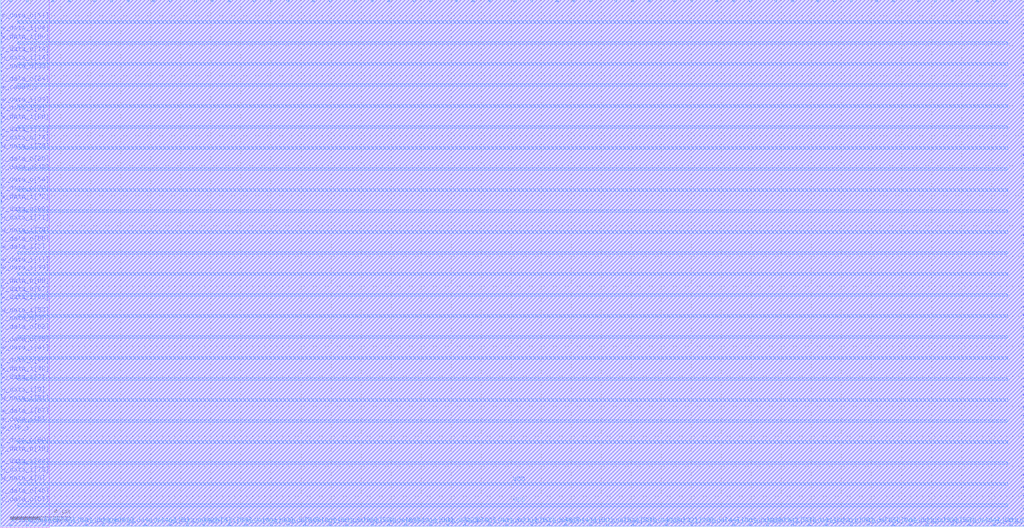
<source format=lef>
VERSION 5.8 ;
BUSBITCHARS "[]" ;
DIVIDERCHAR "/" ;
UNITS
    DATABASE MICRONS 2000 ;
END UNITS

MACRO bsg_mem_p97
  FOREIGN bsg_mem_p97 0 0 ;
  CLASS BLOCK ;
  SIZE 68.175 BY 35.085 ;
  PIN VSS
    USE GROUND ;
    DIRECTION INOUT ;
    PORT
      LAYER metal4 ;
        RECT  1.14 32.115 67.07 32.285 ;
        RECT  1.14 29.315 67.07 29.485 ;
        RECT  1.14 26.515 67.07 26.685 ;
        RECT  1.14 23.715 67.07 23.885 ;
        RECT  1.14 20.915 67.07 21.085 ;
        RECT  1.14 18.115 67.07 18.285 ;
        RECT  1.14 15.315 67.07 15.485 ;
        RECT  1.14 12.515 67.07 12.685 ;
        RECT  1.14 9.715 67.07 9.885 ;
        RECT  1.14 6.915 67.07 7.085 ;
        RECT  1.14 4.115 67.07 4.285 ;
        RECT  1.14 1.315 67.07 1.485 ;
    END
  END VSS
  PIN VDD
    USE POWER ;
    DIRECTION INOUT ;
    PORT
      LAYER metal4 ;
        RECT  1.14 33.515 67.07 33.685 ;
        RECT  1.14 30.715 67.07 30.885 ;
        RECT  1.14 27.915 67.07 28.085 ;
        RECT  1.14 25.115 67.07 25.285 ;
        RECT  1.14 22.315 67.07 22.485 ;
        RECT  1.14 19.515 67.07 19.685 ;
        RECT  1.14 16.715 67.07 16.885 ;
        RECT  1.14 13.915 67.07 14.085 ;
        RECT  1.14 11.115 67.07 11.285 ;
        RECT  1.14 8.315 67.07 8.485 ;
        RECT  1.14 5.515 67.07 5.685 ;
        RECT  1.14 2.715 67.07 2.885 ;
    END
  END VDD
  PIN r_addr_i
    DIRECTION INPUT ;
    USE SIGNAL ;
    PORT
      LAYER metal4 ;
        RECT  6.745 0 6.885 0.14 ;
    END
  END r_addr_i
  PIN r_data_o[0]
    DIRECTION OUTPUT ;
    USE SIGNAL ;
    PORT
      LAYER metal4 ;
        RECT  27.465 34.945 27.605 35.085 ;
    END
  END r_data_o[0]
  PIN r_data_o[10]
    DIRECTION OUTPUT ;
    USE SIGNAL ;
    PORT
      LAYER metal4 ;
        RECT  21.865 34.945 22.005 35.085 ;
    END
  END r_data_o[10]
  PIN r_data_o[11]
    DIRECTION OUTPUT ;
    USE SIGNAL ;
    PORT
      LAYER metal4 ;
        RECT  32.505 0 32.645 0.14 ;
    END
  END r_data_o[11]
  PIN r_data_o[12]
    DIRECTION OUTPUT ;
    USE SIGNAL ;
    PORT
      LAYER metal4 ;
        RECT  56.585 0 56.725 0.14 ;
    END
  END r_data_o[12]
  PIN r_data_o[13]
    DIRECTION OUTPUT ;
    USE SIGNAL ;
    PORT
      LAYER metal3 ;
        RECT  68.105 7.315 68.175 7.385 ;
    END
  END r_data_o[13]
  PIN r_data_o[14]
    DIRECTION OUTPUT ;
    USE SIGNAL ;
    PORT
      LAYER metal3 ;
        RECT  0 31.395 0.07 31.465 ;
    END
  END r_data_o[14]
  PIN r_data_o[15]
    DIRECTION OUTPUT ;
    USE SIGNAL ;
    PORT
      LAYER metal3 ;
        RECT  0 4.795 0.07 4.865 ;
    END
  END r_data_o[15]
  PIN r_data_o[16]
    DIRECTION OUTPUT ;
    USE SIGNAL ;
    PORT
      LAYER metal3 ;
        RECT  68.105 3.395 68.175 3.465 ;
    END
  END r_data_o[16]
  PIN r_data_o[17]
    DIRECTION OUTPUT ;
    USE SIGNAL ;
    PORT
      LAYER metal4 ;
        RECT  14.025 34.945 14.165 35.085 ;
    END
  END r_data_o[17]
  PIN r_data_o[18]
    DIRECTION OUTPUT ;
    USE SIGNAL ;
    PORT
      LAYER metal3 ;
        RECT  68.105 19.355 68.175 19.425 ;
    END
  END r_data_o[18]
  PIN r_data_o[19]
    DIRECTION OUTPUT ;
    USE SIGNAL ;
    PORT
      LAYER metal3 ;
        RECT  68.105 26.075 68.175 26.145 ;
    END
  END r_data_o[19]
  PIN r_data_o[1]
    DIRECTION OUTPUT ;
    USE SIGNAL ;
    PORT
      LAYER metal4 ;
        RECT  52.665 0 52.805 0.14 ;
    END
  END r_data_o[1]
  PIN r_data_o[20]
    DIRECTION OUTPUT ;
    USE SIGNAL ;
    PORT
      LAYER metal3 ;
        RECT  0 24.115 0.07 24.185 ;
    END
  END r_data_o[20]
  PIN r_data_o[21]
    DIRECTION OUTPUT ;
    USE SIGNAL ;
    PORT
      LAYER metal4 ;
        RECT  53.785 0 53.925 0.14 ;
    END
  END r_data_o[21]
  PIN r_data_o[22]
    DIRECTION OUTPUT ;
    USE SIGNAL ;
    PORT
      LAYER metal4 ;
        RECT  22.985 0 23.125 0.14 ;
    END
  END r_data_o[22]
  PIN r_data_o[23]
    DIRECTION OUTPUT ;
    USE SIGNAL ;
    PORT
      LAYER metal4 ;
        RECT  42.025 34.945 42.165 35.085 ;
    END
  END r_data_o[23]
  PIN r_data_o[24]
    DIRECTION OUTPUT ;
    USE SIGNAL ;
    PORT
      LAYER metal3 ;
        RECT  0 29.435 0.07 29.505 ;
    END
  END r_data_o[24]
  PIN r_data_o[25]
    DIRECTION OUTPUT ;
    USE SIGNAL ;
    PORT
      LAYER metal4 ;
        RECT  66.105 34.945 66.245 35.085 ;
    END
  END r_data_o[25]
  PIN r_data_o[26]
    DIRECTION OUTPUT ;
    USE SIGNAL ;
    PORT
      LAYER metal4 ;
        RECT  64.425 0 64.565 0.14 ;
    END
  END r_data_o[26]
  PIN r_data_o[27]
    DIRECTION OUTPUT ;
    USE SIGNAL ;
    PORT
      LAYER metal4 ;
        RECT  20.745 34.945 20.885 35.085 ;
    END
  END r_data_o[27]
  PIN r_data_o[28]
    DIRECTION OUTPUT ;
    USE SIGNAL ;
    PORT
      LAYER metal3 ;
        RECT  68.105 10.675 68.175 10.745 ;
    END
  END r_data_o[28]
  PIN r_data_o[29]
    DIRECTION OUTPUT ;
    USE SIGNAL ;
    PORT
      LAYER metal4 ;
        RECT  43.145 0 43.285 0.14 ;
    END
  END r_data_o[29]
  PIN r_data_o[2]
    DIRECTION OUTPUT ;
    USE SIGNAL ;
    PORT
      LAYER metal3 ;
        RECT  68.105 18.795 68.175 18.865 ;
    END
  END r_data_o[2]
  PIN r_data_o[30]
    DIRECTION OUTPUT ;
    USE SIGNAL ;
    PORT
      LAYER metal4 ;
        RECT  12.905 34.945 13.045 35.085 ;
    END
  END r_data_o[30]
  PIN r_data_o[31]
    DIRECTION OUTPUT ;
    USE SIGNAL ;
    PORT
      LAYER metal4 ;
        RECT  3.385 34.945 3.525 35.085 ;
    END
  END r_data_o[31]
  PIN r_data_o[32]
    DIRECTION OUTPUT ;
    USE SIGNAL ;
    PORT
      LAYER metal4 ;
        RECT  55.465 34.945 55.605 35.085 ;
    END
  END r_data_o[32]
  PIN r_data_o[33]
    DIRECTION OUTPUT ;
    USE SIGNAL ;
    PORT
      LAYER metal4 ;
        RECT  40.345 0 40.485 0.14 ;
    END
  END r_data_o[33]
  PIN r_data_o[34]
    DIRECTION OUTPUT ;
    USE SIGNAL ;
    PORT
      LAYER metal3 ;
        RECT  68.105 30.835 68.175 30.905 ;
    END
  END r_data_o[34]
  PIN r_data_o[35]
    DIRECTION OUTPUT ;
    USE SIGNAL ;
    PORT
      LAYER metal3 ;
        RECT  68.105 26.635 68.175 26.705 ;
    END
  END r_data_o[35]
  PIN r_data_o[36]
    DIRECTION OUTPUT ;
    USE SIGNAL ;
    PORT
      LAYER metal3 ;
        RECT  68.105 14.595 68.175 14.665 ;
    END
  END r_data_o[36]
  PIN r_data_o[37]
    DIRECTION OUTPUT ;
    USE SIGNAL ;
    PORT
      LAYER metal3 ;
        RECT  68.105 12.075 68.175 12.145 ;
    END
  END r_data_o[37]
  PIN r_data_o[38]
    DIRECTION OUTPUT ;
    USE SIGNAL ;
    PORT
      LAYER metal4 ;
        RECT  24.665 34.945 24.805 35.085 ;
    END
  END r_data_o[38]
  PIN r_data_o[39]
    DIRECTION OUTPUT ;
    USE SIGNAL ;
    PORT
      LAYER metal4 ;
        RECT  32.505 34.945 32.645 35.085 ;
    END
  END r_data_o[39]
  PIN r_data_o[3]
    DIRECTION OUTPUT ;
    USE SIGNAL ;
    PORT
      LAYER metal4 ;
        RECT  59.385 34.945 59.525 35.085 ;
    END
  END r_data_o[3]
  PIN r_data_o[40]
    DIRECTION OUTPUT ;
    USE SIGNAL ;
    PORT
      LAYER metal3 ;
        RECT  68.105 5.355 68.175 5.425 ;
    END
  END r_data_o[40]
  PIN r_data_o[41]
    DIRECTION OUTPUT ;
    USE SIGNAL ;
    PORT
      LAYER metal4 ;
        RECT  49.865 34.945 50.005 35.085 ;
    END
  END r_data_o[41]
  PIN r_data_o[42]
    DIRECTION OUTPUT ;
    USE SIGNAL ;
    PORT
      LAYER metal3 ;
        RECT  0 23.555 0.07 23.625 ;
    END
  END r_data_o[42]
  PIN r_data_o[43]
    DIRECTION OUTPUT ;
    USE SIGNAL ;
    PORT
      LAYER metal4 ;
        RECT  58.265 34.945 58.405 35.085 ;
    END
  END r_data_o[43]
  PIN r_data_o[44]
    DIRECTION OUTPUT ;
    USE SIGNAL ;
    PORT
      LAYER metal4 ;
        RECT  45.945 0 46.085 0.14 ;
    END
  END r_data_o[44]
  PIN r_data_o[45]
    DIRECTION OUTPUT ;
    USE SIGNAL ;
    PORT
      LAYER metal3 ;
        RECT  0 10.675 0.07 10.745 ;
    END
  END r_data_o[45]
  PIN r_data_o[46]
    DIRECTION OUTPUT ;
    USE SIGNAL ;
    PORT
      LAYER metal3 ;
        RECT  0 1.995 0.07 2.065 ;
    END
  END r_data_o[46]
  PIN r_data_o[47]
    DIRECTION OUTPUT ;
    USE SIGNAL ;
    PORT
      LAYER metal4 ;
        RECT  36.425 0 36.565 0.14 ;
    END
  END r_data_o[47]
  PIN r_data_o[48]
    DIRECTION OUTPUT ;
    USE SIGNAL ;
    PORT
      LAYER metal4 ;
        RECT  20.185 0 20.325 0.14 ;
    END
  END r_data_o[48]
  PIN r_data_o[49]
    DIRECTION OUTPUT ;
    USE SIGNAL ;
    PORT
      LAYER metal3 ;
        RECT  68.105 17.955 68.175 18.025 ;
    END
  END r_data_o[49]
  PIN r_data_o[4]
    DIRECTION OUTPUT ;
    USE SIGNAL ;
    PORT
      LAYER metal3 ;
        RECT  68.105 32.795 68.175 32.865 ;
    END
  END r_data_o[4]
  PIN r_data_o[50]
    DIRECTION OUTPUT ;
    USE SIGNAL ;
    PORT
      LAYER metal4 ;
        RECT  52.665 34.945 52.805 35.085 ;
    END
  END r_data_o[50]
  PIN r_data_o[51]
    DIRECTION OUTPUT ;
    USE SIGNAL ;
    PORT
      LAYER metal3 ;
        RECT  0 33.635 0.07 33.705 ;
    END
  END r_data_o[51]
  PIN r_data_o[52]
    DIRECTION OUTPUT ;
    USE SIGNAL ;
    PORT
      LAYER metal4 ;
        RECT  25.785 34.945 25.925 35.085 ;
    END
  END r_data_o[52]
  PIN r_data_o[53]
    DIRECTION OUTPUT ;
    USE SIGNAL ;
    PORT
      LAYER metal4 ;
        RECT  67.225 0 67.365 0.14 ;
    END
  END r_data_o[53]
  PIN r_data_o[54]
    DIRECTION OUTPUT ;
    USE SIGNAL ;
    PORT
      LAYER metal3 ;
        RECT  0 22.715 0.07 22.785 ;
    END
  END r_data_o[54]
  PIN r_data_o[55]
    DIRECTION OUTPUT ;
    USE SIGNAL ;
    PORT
      LAYER metal3 ;
        RECT  0 18.795 0.07 18.865 ;
    END
  END r_data_o[55]
  PIN r_data_o[56]
    DIRECTION OUTPUT ;
    USE SIGNAL ;
    PORT
      LAYER metal3 ;
        RECT  68.105 9.835 68.175 9.905 ;
    END
  END r_data_o[56]
  PIN r_data_o[57]
    DIRECTION OUTPUT ;
    USE SIGNAL ;
    PORT
      LAYER metal3 ;
        RECT  0 1.435 0.07 1.505 ;
    END
  END r_data_o[57]
  PIN r_data_o[58]
    DIRECTION OUTPUT ;
    USE SIGNAL ;
    PORT
      LAYER metal3 ;
        RECT  68.105 28.035 68.175 28.105 ;
    END
  END r_data_o[58]
  PIN r_data_o[59]
    DIRECTION OUTPUT ;
    USE SIGNAL ;
    PORT
      LAYER metal3 ;
        RECT  0 5.355 0.07 5.425 ;
    END
  END r_data_o[59]
  PIN r_data_o[5]
    DIRECTION OUTPUT ;
    USE SIGNAL ;
    PORT
      LAYER metal4 ;
        RECT  15.145 34.945 15.285 35.085 ;
    END
  END r_data_o[5]
  PIN r_data_o[60]
    DIRECTION OUTPUT ;
    USE SIGNAL ;
    PORT
      LAYER metal4 ;
        RECT  15.145 0 15.285 0.14 ;
    END
  END r_data_o[60]
  PIN r_data_o[61]
    DIRECTION OUTPUT ;
    USE SIGNAL ;
    PORT
      LAYER metal4 ;
        RECT  17.945 34.945 18.085 35.085 ;
    END
  END r_data_o[61]
  PIN r_data_o[62]
    DIRECTION OUTPUT ;
    USE SIGNAL ;
    PORT
      LAYER metal4 ;
        RECT  61.625 0 61.765 0.14 ;
    END
  END r_data_o[62]
  PIN r_data_o[63]
    DIRECTION OUTPUT ;
    USE SIGNAL ;
    PORT
      LAYER metal4 ;
        RECT  33.625 0 33.765 0.14 ;
    END
  END r_data_o[63]
  PIN r_data_o[64]
    DIRECTION OUTPUT ;
    USE SIGNAL ;
    PORT
      LAYER metal4 ;
        RECT  19.065 34.945 19.205 35.085 ;
    END
  END r_data_o[64]
  PIN r_data_o[65]
    DIRECTION OUTPUT ;
    USE SIGNAL ;
    PORT
      LAYER metal3 ;
        RECT  0 15.995 0.07 16.065 ;
    END
  END r_data_o[65]
  PIN r_data_o[66]
    DIRECTION OUTPUT ;
    USE SIGNAL ;
    PORT
      LAYER metal4 ;
        RECT  5.625 0 5.765 0.14 ;
    END
  END r_data_o[66]
  PIN r_data_o[67]
    DIRECTION OUTPUT ;
    USE SIGNAL ;
    PORT
      LAYER metal3 ;
        RECT  0 15.435 0.07 15.505 ;
    END
  END r_data_o[67]
  PIN r_data_o[68]
    DIRECTION OUTPUT ;
    USE SIGNAL ;
    PORT
      LAYER metal3 ;
        RECT  68.105 1.995 68.175 2.065 ;
    END
  END r_data_o[68]
  PIN r_data_o[69]
    DIRECTION OUTPUT ;
    USE SIGNAL ;
    PORT
      LAYER metal3 ;
        RECT  68.105 20.755 68.175 20.825 ;
    END
  END r_data_o[69]
  PIN r_data_o[6]
    DIRECTION OUTPUT ;
    USE SIGNAL ;
    PORT
      LAYER metal4 ;
        RECT  12.345 0 12.485 0.14 ;
    END
  END r_data_o[6]
  PIN r_data_o[70]
    DIRECTION OUTPUT ;
    USE SIGNAL ;
    PORT
      LAYER metal4 ;
        RECT  48.745 34.945 48.885 35.085 ;
    END
  END r_data_o[70]
  PIN r_data_o[71]
    DIRECTION OUTPUT ;
    USE SIGNAL ;
    PORT
      LAYER metal4 ;
        RECT  16.825 34.945 16.965 35.085 ;
    END
  END r_data_o[71]
  PIN r_data_o[72]
    DIRECTION OUTPUT ;
    USE SIGNAL ;
    PORT
      LAYER metal3 ;
        RECT  68.105 33.355 68.175 33.425 ;
    END
  END r_data_o[72]
  PIN r_data_o[73]
    DIRECTION OUTPUT ;
    USE SIGNAL ;
    PORT
      LAYER metal3 ;
        RECT  0 12.075 0.07 12.145 ;
    END
  END r_data_o[73]
  PIN r_data_o[74]
    DIRECTION OUTPUT ;
    USE SIGNAL ;
    PORT
      LAYER metal3 ;
        RECT  0 25.515 0.07 25.585 ;
    END
  END r_data_o[74]
  PIN r_data_o[75]
    DIRECTION OUTPUT ;
    USE SIGNAL ;
    PORT
      LAYER metal3 ;
        RECT  68.105 21.315 68.175 21.385 ;
    END
  END r_data_o[75]
  PIN r_data_o[76]
    DIRECTION OUTPUT ;
    USE SIGNAL ;
    PORT
      LAYER metal3 ;
        RECT  68.105 29.435 68.175 29.505 ;
    END
  END r_data_o[76]
  PIN r_data_o[77]
    DIRECTION OUTPUT ;
    USE SIGNAL ;
    PORT
      LAYER metal3 ;
        RECT  68.105 8.715 68.175 8.785 ;
    END
  END r_data_o[77]
  PIN r_data_o[78]
    DIRECTION OUTPUT ;
    USE SIGNAL ;
    PORT
      LAYER metal4 ;
        RECT  54.905 0 55.045 0.14 ;
    END
  END r_data_o[78]
  PIN r_data_o[79]
    DIRECTION OUTPUT ;
    USE SIGNAL ;
    PORT
      LAYER metal3 ;
        RECT  0 22.155 0.07 22.225 ;
    END
  END r_data_o[79]
  PIN r_data_o[7]
    DIRECTION OUTPUT ;
    USE SIGNAL ;
    PORT
      LAYER metal3 ;
        RECT  68.105 6.755 68.175 6.825 ;
    END
  END r_data_o[7]
  PIN r_data_o[80]
    DIRECTION OUTPUT ;
    USE SIGNAL ;
    PORT
      LAYER metal3 ;
        RECT  0 20.755 0.07 20.825 ;
    END
  END r_data_o[80]
  PIN r_data_o[81]
    DIRECTION OUTPUT ;
    USE SIGNAL ;
    PORT
      LAYER metal3 ;
        RECT  68.105 12.635 68.175 12.705 ;
    END
  END r_data_o[81]
  PIN r_data_o[82]
    DIRECTION OUTPUT ;
    USE SIGNAL ;
    PORT
      LAYER metal3 ;
        RECT  0 12.915 0.07 12.985 ;
    END
  END r_data_o[82]
  PIN r_data_o[83]
    DIRECTION OUTPUT ;
    USE SIGNAL ;
    PORT
      LAYER metal3 ;
        RECT  68.105 19.915 68.175 19.985 ;
    END
  END r_data_o[83]
  PIN r_data_o[84]
    DIRECTION OUTPUT ;
    USE SIGNAL ;
    PORT
      LAYER metal4 ;
        RECT  67.225 34.945 67.365 35.085 ;
    END
  END r_data_o[84]
  PIN r_data_o[85]
    DIRECTION OUTPUT ;
    USE SIGNAL ;
    PORT
      LAYER metal4 ;
        RECT  51.545 34.945 51.685 35.085 ;
    END
  END r_data_o[85]
  PIN r_data_o[86]
    DIRECTION OUTPUT ;
    USE SIGNAL ;
    PORT
      LAYER metal4 ;
        RECT  21.865 0 22.005 0.14 ;
    END
  END r_data_o[86]
  PIN r_data_o[87]
    DIRECTION OUTPUT ;
    USE SIGNAL ;
    PORT
      LAYER metal3 ;
        RECT  0 13.475 0.07 13.545 ;
    END
  END r_data_o[87]
  PIN r_data_o[88]
    DIRECTION OUTPUT ;
    USE SIGNAL ;
    PORT
      LAYER metal3 ;
        RECT  0 30.275 0.07 30.345 ;
    END
  END r_data_o[88]
  PIN r_data_o[89]
    DIRECTION OUTPUT ;
    USE SIGNAL ;
    PORT
      LAYER metal4 ;
        RECT  38.105 34.945 38.245 35.085 ;
    END
  END r_data_o[89]
  PIN r_data_o[8]
    DIRECTION OUTPUT ;
    USE SIGNAL ;
    PORT
      LAYER metal4 ;
        RECT  56.585 34.945 56.725 35.085 ;
    END
  END r_data_o[8]
  PIN r_data_o[90]
    DIRECTION OUTPUT ;
    USE SIGNAL ;
    PORT
      LAYER metal4 ;
        RECT  8.425 34.945 8.565 35.085 ;
    END
  END r_data_o[90]
  PIN r_data_o[91]
    DIRECTION OUTPUT ;
    USE SIGNAL ;
    PORT
      LAYER metal4 ;
        RECT  28.585 34.945 28.725 35.085 ;
    END
  END r_data_o[91]
  PIN r_data_o[92]
    DIRECTION OUTPUT ;
    USE SIGNAL ;
    PORT
      LAYER metal3 ;
        RECT  68.105 24.675 68.175 24.745 ;
    END
  END r_data_o[92]
  PIN r_data_o[93]
    DIRECTION OUTPUT ;
    USE SIGNAL ;
    PORT
      LAYER metal4 ;
        RECT  36.985 34.945 37.125 35.085 ;
    END
  END r_data_o[93]
  PIN r_data_o[94]
    DIRECTION OUTPUT ;
    USE SIGNAL ;
    PORT
      LAYER metal4 ;
        RECT  49.865 0 50.005 0.14 ;
    END
  END r_data_o[94]
  PIN r_data_o[95]
    DIRECTION OUTPUT ;
    USE SIGNAL ;
    PORT
      LAYER metal3 ;
        RECT  68.105 27.475 68.175 27.545 ;
    END
  END r_data_o[95]
  PIN r_data_o[96]
    DIRECTION OUTPUT ;
    USE SIGNAL ;
    PORT
      LAYER metal4 ;
        RECT  57.705 0 57.845 0.14 ;
    END
  END r_data_o[96]
  PIN r_data_o[9]
    DIRECTION OUTPUT ;
    USE SIGNAL ;
    PORT
      LAYER metal4 ;
        RECT  7.305 34.945 7.445 35.085 ;
    END
  END r_data_o[9]
  PIN r_v_i
    DIRECTION INPUT ;
    USE SIGNAL ;
    PORT
      LAYER metal3 ;
        RECT  68.105 22.715 68.175 22.785 ;
    END
  END r_v_i
  PIN w_addr_i
    DIRECTION INPUT ;
    USE SIGNAL ;
    PORT
      LAYER metal3 ;
        RECT  68.105 31.395 68.175 31.465 ;
    END
  END w_addr_i
  PIN w_clk_i
    DIRECTION INPUT ;
    USE SIGNAL ;
    PORT
      LAYER metal3 ;
        RECT  0 6.195 0.07 6.265 ;
    END
  END w_clk_i
  PIN w_data_i[0]
    DIRECTION INPUT ;
    USE SIGNAL ;
    PORT
      LAYER metal3 ;
        RECT  0 2.835 0.07 2.905 ;
    END
  END w_data_i[0]
  PIN w_data_i[10]
    DIRECTION INPUT ;
    USE SIGNAL ;
    PORT
      LAYER metal4 ;
        RECT  1.705 34.945 1.845 35.085 ;
    END
  END w_data_i[10]
  PIN w_data_i[11]
    DIRECTION INPUT ;
    USE SIGNAL ;
    PORT
      LAYER metal3 ;
        RECT  0 17.395 0.07 17.465 ;
    END
  END w_data_i[11]
  PIN w_data_i[12]
    DIRECTION INPUT ;
    USE SIGNAL ;
    PORT
      LAYER metal4 ;
        RECT  28.585 0 28.725 0.14 ;
    END
  END w_data_i[12]
  PIN w_data_i[13]
    DIRECTION INPUT ;
    USE SIGNAL ;
    PORT
      LAYER metal3 ;
        RECT  68.105 3.955 68.175 4.025 ;
    END
  END w_data_i[13]
  PIN w_data_i[14]
    DIRECTION INPUT ;
    USE SIGNAL ;
    PORT
      LAYER metal3 ;
        RECT  0 30.835 0.07 30.905 ;
    END
  END w_data_i[14]
  PIN w_data_i[15]
    DIRECTION INPUT ;
    USE SIGNAL ;
    PORT
      LAYER metal4 ;
        RECT  44.265 0 44.405 0.14 ;
    END
  END w_data_i[15]
  PIN w_data_i[16]
    DIRECTION INPUT ;
    USE SIGNAL ;
    PORT
      LAYER metal4 ;
        RECT  40.905 34.945 41.045 35.085 ;
    END
  END w_data_i[16]
  PIN w_data_i[17]
    DIRECTION INPUT ;
    USE SIGNAL ;
    PORT
      LAYER metal4 ;
        RECT  43.145 34.945 43.285 35.085 ;
    END
  END w_data_i[17]
  PIN w_data_i[18]
    DIRECTION INPUT ;
    USE SIGNAL ;
    PORT
      LAYER metal4 ;
        RECT  26.905 0 27.045 0.14 ;
    END
  END w_data_i[18]
  PIN w_data_i[19]
    DIRECTION INPUT ;
    USE SIGNAL ;
    PORT
      LAYER metal4 ;
        RECT  35.305 34.945 35.445 35.085 ;
    END
  END w_data_i[19]
  PIN w_data_i[1]
    DIRECTION INPUT ;
    USE SIGNAL ;
    PORT
      LAYER metal4 ;
        RECT  59.385 0 59.525 0.14 ;
    END
  END w_data_i[1]
  PIN w_data_i[20]
    DIRECTION INPUT ;
    USE SIGNAL ;
    PORT
      LAYER metal4 ;
        RECT  63.305 34.945 63.445 35.085 ;
    END
  END w_data_i[20]
  PIN w_data_i[21]
    DIRECTION INPUT ;
    USE SIGNAL ;
    PORT
      LAYER metal4 ;
        RECT  25.785 0 25.925 0.14 ;
    END
  END w_data_i[21]
  PIN w_data_i[22]
    DIRECTION INPUT ;
    USE SIGNAL ;
    PORT
      LAYER metal3 ;
        RECT  0 26.075 0.07 26.145 ;
    END
  END w_data_i[22]
  PIN w_data_i[23]
    DIRECTION INPUT ;
    USE SIGNAL ;
    PORT
      LAYER metal3 ;
        RECT  0 28.035 0.07 28.105 ;
    END
  END w_data_i[23]
  PIN w_data_i[24]
    DIRECTION INPUT ;
    USE SIGNAL ;
    PORT
      LAYER metal3 ;
        RECT  68.105 5.915 68.175 5.985 ;
    END
  END w_data_i[24]
  PIN w_data_i[25]
    DIRECTION INPUT ;
    USE SIGNAL ;
    PORT
      LAYER metal3 ;
        RECT  68.105 15.435 68.175 15.505 ;
    END
  END w_data_i[25]
  PIN w_data_i[26]
    DIRECTION INPUT ;
    USE SIGNAL ;
    PORT
      LAYER metal4 ;
        RECT  19.065 0 19.205 0.14 ;
    END
  END w_data_i[26]
  PIN w_data_i[27]
    DIRECTION INPUT ;
    USE SIGNAL ;
    PORT
      LAYER metal3 ;
        RECT  68.105 21.875 68.175 21.945 ;
    END
  END w_data_i[27]
  PIN w_data_i[28]
    DIRECTION INPUT ;
    USE SIGNAL ;
    PORT
      LAYER metal3 ;
        RECT  68.105 2.555 68.175 2.625 ;
    END
  END w_data_i[28]
  PIN w_data_i[29]
    DIRECTION INPUT ;
    USE SIGNAL ;
    PORT
      LAYER metal4 ;
        RECT  4.505 34.945 4.645 35.085 ;
    END
  END w_data_i[29]
  PIN w_data_i[2]
    DIRECTION INPUT ;
    USE SIGNAL ;
    PORT
      LAYER metal3 ;
        RECT  0 27.475 0.07 27.545 ;
    END
  END w_data_i[2]
  PIN w_data_i[30]
    DIRECTION INPUT ;
    USE SIGNAL ;
    PORT
      LAYER metal4 ;
        RECT  37.545 0 37.685 0.14 ;
    END
  END w_data_i[30]
  PIN w_data_i[31]
    DIRECTION INPUT ;
    USE SIGNAL ;
    PORT
      LAYER metal4 ;
        RECT  16.265 0 16.405 0.14 ;
    END
  END w_data_i[31]
  PIN w_data_i[32]
    DIRECTION INPUT ;
    USE SIGNAL ;
    PORT
      LAYER metal4 ;
        RECT  2.825 0 2.965 0.14 ;
    END
  END w_data_i[32]
  PIN w_data_i[33]
    DIRECTION INPUT ;
    USE SIGNAL ;
    PORT
      LAYER metal4 ;
        RECT  50.985 0 51.125 0.14 ;
    END
  END w_data_i[33]
  PIN w_data_i[34]
    DIRECTION INPUT ;
    USE SIGNAL ;
    PORT
      LAYER metal4 ;
        RECT  66.105 0 66.245 0.14 ;
    END
  END w_data_i[34]
  PIN w_data_i[35]
    DIRECTION INPUT ;
    USE SIGNAL ;
    PORT
      LAYER metal4 ;
        RECT  61.065 34.945 61.205 35.085 ;
    END
  END w_data_i[35]
  PIN w_data_i[36]
    DIRECTION INPUT ;
    USE SIGNAL ;
    PORT
      LAYER metal3 ;
        RECT  68.105 15.995 68.175 16.065 ;
    END
  END w_data_i[36]
  PIN w_data_i[37]
    DIRECTION INPUT ;
    USE SIGNAL ;
    PORT
      LAYER metal4 ;
        RECT  23.545 34.945 23.685 35.085 ;
    END
  END w_data_i[37]
  PIN w_data_i[38]
    DIRECTION INPUT ;
    USE SIGNAL ;
    PORT
      LAYER metal4 ;
        RECT  34.185 34.945 34.325 35.085 ;
    END
  END w_data_i[38]
  PIN w_data_i[39]
    DIRECTION INPUT ;
    USE SIGNAL ;
    PORT
      LAYER metal3 ;
        RECT  0 16.835 0.07 16.905 ;
    END
  END w_data_i[39]
  PIN w_data_i[3]
    DIRECTION INPUT ;
    USE SIGNAL ;
    PORT
      LAYER metal3 ;
        RECT  0 18.235 0.07 18.305 ;
    END
  END w_data_i[3]
  PIN w_data_i[40]
    DIRECTION INPUT ;
    USE SIGNAL ;
    PORT
      LAYER metal4 ;
        RECT  11.225 0 11.365 0.14 ;
    END
  END w_data_i[40]
  PIN w_data_i[41]
    DIRECTION INPUT ;
    USE SIGNAL ;
    PORT
      LAYER metal3 ;
        RECT  0 11.515 0.07 11.585 ;
    END
  END w_data_i[41]
  PIN w_data_i[42]
    DIRECTION INPUT ;
    USE SIGNAL ;
    PORT
      LAYER metal4 ;
        RECT  30.825 0 30.965 0.14 ;
    END
  END w_data_i[42]
  PIN w_data_i[43]
    DIRECTION INPUT ;
    USE SIGNAL ;
    PORT
      LAYER metal3 ;
        RECT  68.105 29.995 68.175 30.065 ;
    END
  END w_data_i[43]
  PIN w_data_i[44]
    DIRECTION INPUT ;
    USE SIGNAL ;
    PORT
      LAYER metal3 ;
        RECT  0 3.955 0.07 4.025 ;
    END
  END w_data_i[44]
  PIN w_data_i[45]
    DIRECTION INPUT ;
    USE SIGNAL ;
    PORT
      LAYER metal4 ;
        RECT  39.225 34.945 39.365 35.085 ;
    END
  END w_data_i[45]
  PIN w_data_i[46]
    DIRECTION INPUT ;
    USE SIGNAL ;
    PORT
      LAYER metal4 ;
        RECT  8.425 0 8.565 0.14 ;
    END
  END w_data_i[46]
  PIN w_data_i[47]
    DIRECTION INPUT ;
    USE SIGNAL ;
    PORT
      LAYER metal3 ;
        RECT  68.105 11.235 68.175 11.305 ;
    END
  END w_data_i[47]
  PIN w_data_i[48]
    DIRECTION INPUT ;
    USE SIGNAL ;
    PORT
      LAYER metal3 ;
        RECT  0 10.115 0.07 10.185 ;
    END
  END w_data_i[48]
  PIN w_data_i[49]
    DIRECTION INPUT ;
    USE SIGNAL ;
    PORT
      LAYER metal4 ;
        RECT  11.225 34.945 11.365 35.085 ;
    END
  END w_data_i[49]
  PIN w_data_i[4]
    DIRECTION INPUT ;
    USE SIGNAL ;
    PORT
      LAYER metal3 ;
        RECT  68.105 17.395 68.175 17.465 ;
    END
  END w_data_i[4]
  PIN w_data_i[50]
    DIRECTION INPUT ;
    USE SIGNAL ;
    PORT
      LAYER metal3 ;
        RECT  0 32.235 0.07 32.305 ;
    END
  END w_data_i[50]
  PIN w_data_i[51]
    DIRECTION INPUT ;
    USE SIGNAL ;
    PORT
      LAYER metal3 ;
        RECT  0 8.155 0.07 8.225 ;
    END
  END w_data_i[51]
  PIN w_data_i[52]
    DIRECTION INPUT ;
    USE SIGNAL ;
    PORT
      LAYER metal3 ;
        RECT  68.105 28.595 68.175 28.665 ;
    END
  END w_data_i[52]
  PIN w_data_i[53]
    DIRECTION INPUT ;
    USE SIGNAL ;
    PORT
      LAYER metal3 ;
        RECT  0 14.035 0.07 14.105 ;
    END
  END w_data_i[53]
  PIN w_data_i[54]
    DIRECTION INPUT ;
    USE SIGNAL ;
    PORT
      LAYER metal4 ;
        RECT  17.945 0 18.085 0.14 ;
    END
  END w_data_i[54]
  PIN w_data_i[55]
    DIRECTION INPUT ;
    USE SIGNAL ;
    PORT
      LAYER metal3 ;
        RECT  68.105 13.195 68.175 13.265 ;
    END
  END w_data_i[55]
  PIN w_data_i[56]
    DIRECTION INPUT ;
    USE SIGNAL ;
    PORT
      LAYER metal4 ;
        RECT  47.065 0 47.205 0.14 ;
    END
  END w_data_i[56]
  PIN w_data_i[57]
    DIRECTION INPUT ;
    USE SIGNAL ;
    PORT
      LAYER metal3 ;
        RECT  68.105 4.515 68.175 4.585 ;
    END
  END w_data_i[57]
  PIN w_data_i[58]
    DIRECTION INPUT ;
    USE SIGNAL ;
    PORT
      LAYER metal4 ;
        RECT  0.585 34.945 0.725 35.085 ;
    END
  END w_data_i[58]
  PIN w_data_i[59]
    DIRECTION INPUT ;
    USE SIGNAL ;
    PORT
      LAYER metal4 ;
        RECT  60.505 0 60.645 0.14 ;
    END
  END w_data_i[59]
  PIN w_data_i[5]
    DIRECTION INPUT ;
    USE SIGNAL ;
    PORT
      LAYER metal4 ;
        RECT  9.545 0 9.685 0.14 ;
    END
  END w_data_i[5]
  PIN w_data_i[60]
    DIRECTION INPUT ;
    USE SIGNAL ;
    PORT
      LAYER metal4 ;
        RECT  29.705 0 29.845 0.14 ;
    END
  END w_data_i[60]
  PIN w_data_i[61]
    DIRECTION INPUT ;
    USE SIGNAL ;
    PORT
      LAYER metal3 ;
        RECT  68.105 9.275 68.175 9.345 ;
    END
  END w_data_i[61]
  PIN w_data_i[62]
    DIRECTION INPUT ;
    USE SIGNAL ;
    PORT
      LAYER metal3 ;
        RECT  68.105 31.955 68.175 32.025 ;
    END
  END w_data_i[62]
  PIN w_data_i[63]
    DIRECTION INPUT ;
    USE SIGNAL ;
    PORT
      LAYER metal3 ;
        RECT  68.105 23.275 68.175 23.345 ;
    END
  END w_data_i[63]
  PIN w_data_i[64]
    DIRECTION INPUT ;
    USE SIGNAL ;
    PORT
      LAYER metal4 ;
        RECT  63.305 0 63.445 0.14 ;
    END
  END w_data_i[64]
  PIN w_data_i[65]
    DIRECTION INPUT ;
    USE SIGNAL ;
    PORT
      LAYER metal3 ;
        RECT  0 14.875 0.07 14.945 ;
    END
  END w_data_i[65]
  PIN w_data_i[66]
    DIRECTION INPUT ;
    USE SIGNAL ;
    PORT
      LAYER metal3 ;
        RECT  68.105 14.035 68.175 14.105 ;
    END
  END w_data_i[66]
  PIN w_data_i[67]
    DIRECTION INPUT ;
    USE SIGNAL ;
    PORT
      LAYER metal4 ;
        RECT  1.705 0 1.845 0.14 ;
    END
  END w_data_i[67]
  PIN w_data_i[68]
    DIRECTION INPUT ;
    USE SIGNAL ;
    PORT
      LAYER metal3 ;
        RECT  68.105 25.235 68.175 25.305 ;
    END
  END w_data_i[68]
  PIN w_data_i[69]
    DIRECTION INPUT ;
    USE SIGNAL ;
    PORT
      LAYER metal4 ;
        RECT  64.985 34.945 65.125 35.085 ;
    END
  END w_data_i[69]
  PIN w_data_i[6]
    DIRECTION INPUT ;
    USE SIGNAL ;
    PORT
      LAYER metal3 ;
        RECT  68.105 1.155 68.175 1.225 ;
    END
  END w_data_i[6]
  PIN w_data_i[70]
    DIRECTION INPUT ;
    USE SIGNAL ;
    PORT
      LAYER metal4 ;
        RECT  62.185 34.945 62.325 35.085 ;
    END
  END w_data_i[70]
  PIN w_data_i[71]
    DIRECTION INPUT ;
    USE SIGNAL ;
    PORT
      LAYER metal3 ;
        RECT  0 20.195 0.07 20.265 ;
    END
  END w_data_i[71]
  PIN w_data_i[72]
    DIRECTION INPUT ;
    USE SIGNAL ;
    PORT
      LAYER metal3 ;
        RECT  0 21.595 0.07 21.665 ;
    END
  END w_data_i[72]
  PIN w_data_i[73]
    DIRECTION INPUT ;
    USE SIGNAL ;
    PORT
      LAYER metal4 ;
        RECT  42.025 0 42.165 0.14 ;
    END
  END w_data_i[73]
  PIN w_data_i[74]
    DIRECTION INPUT ;
    USE SIGNAL ;
    PORT
      LAYER metal4 ;
        RECT  0.585 0 0.725 0.14 ;
    END
  END w_data_i[74]
  PIN w_data_i[75]
    DIRECTION INPUT ;
    USE SIGNAL ;
    PORT
      LAYER metal3 ;
        RECT  0 3.395 0.07 3.465 ;
    END
  END w_data_i[75]
  PIN w_data_i[76]
    DIRECTION INPUT ;
    USE SIGNAL ;
    PORT
      LAYER metal3 ;
        RECT  0 24.955 0.07 25.025 ;
    END
  END w_data_i[76]
  PIN w_data_i[77]
    DIRECTION INPUT ;
    USE SIGNAL ;
    PORT
      LAYER metal4 ;
        RECT  6.185 34.945 6.325 35.085 ;
    END
  END w_data_i[77]
  PIN w_data_i[78]
    DIRECTION INPUT ;
    USE SIGNAL ;
    PORT
      LAYER metal4 ;
        RECT  31.385 34.945 31.525 35.085 ;
    END
  END w_data_i[78]
  PIN w_data_i[79]
    DIRECTION INPUT ;
    USE SIGNAL ;
    PORT
      LAYER metal3 ;
        RECT  0 19.355 0.07 19.425 ;
    END
  END w_data_i[79]
  PIN w_data_i[7]
    DIRECTION INPUT ;
    USE SIGNAL ;
    PORT
      LAYER metal3 ;
        RECT  0 9.555 0.07 9.625 ;
    END
  END w_data_i[7]
  PIN w_data_i[80]
    DIRECTION INPUT ;
    USE SIGNAL ;
    PORT
      LAYER metal4 ;
        RECT  4.505 0 4.645 0.14 ;
    END
  END w_data_i[80]
  PIN w_data_i[81]
    DIRECTION INPUT ;
    USE SIGNAL ;
    PORT
      LAYER metal4 ;
        RECT  44.825 34.945 44.965 35.085 ;
    END
  END w_data_i[81]
  PIN w_data_i[82]
    DIRECTION INPUT ;
    USE SIGNAL ;
    PORT
      LAYER metal4 ;
        RECT  30.265 34.945 30.405 35.085 ;
    END
  END w_data_i[82]
  PIN w_data_i[83]
    DIRECTION INPUT ;
    USE SIGNAL ;
    PORT
      LAYER metal4 ;
        RECT  35.305 0 35.445 0.14 ;
    END
  END w_data_i[83]
  PIN w_data_i[84]
    DIRECTION INPUT ;
    USE SIGNAL ;
    PORT
      LAYER metal4 ;
        RECT  54.345 34.945 54.485 35.085 ;
    END
  END w_data_i[84]
  PIN w_data_i[85]
    DIRECTION INPUT ;
    USE SIGNAL ;
    PORT
      LAYER metal3 ;
        RECT  68.105 7.875 68.175 7.945 ;
    END
  END w_data_i[85]
  PIN w_data_i[86]
    DIRECTION INPUT ;
    USE SIGNAL ;
    PORT
      LAYER metal3 ;
        RECT  0 26.915 0.07 26.985 ;
    END
  END w_data_i[86]
  PIN w_data_i[87]
    DIRECTION INPUT ;
    USE SIGNAL ;
    PORT
      LAYER metal3 ;
        RECT  0 7.315 0.07 7.385 ;
    END
  END w_data_i[87]
  PIN w_data_i[88]
    DIRECTION INPUT ;
    USE SIGNAL ;
    PORT
      LAYER metal4 ;
        RECT  13.465 0 13.605 0.14 ;
    END
  END w_data_i[88]
  PIN w_data_i[89]
    DIRECTION INPUT ;
    USE SIGNAL ;
    PORT
      LAYER metal4 ;
        RECT  24.665 0 24.805 0.14 ;
    END
  END w_data_i[89]
  PIN w_data_i[8]
    DIRECTION INPUT ;
    USE SIGNAL ;
    PORT
      LAYER metal3 ;
        RECT  0 6.755 0.07 6.825 ;
    END
  END w_data_i[8]
  PIN w_data_i[90]
    DIRECTION INPUT ;
    USE SIGNAL ;
    PORT
      LAYER metal3 ;
        RECT  68.105 24.115 68.175 24.185 ;
    END
  END w_data_i[90]
  PIN w_data_i[91]
    DIRECTION INPUT ;
    USE SIGNAL ;
    PORT
      LAYER metal4 ;
        RECT  39.225 0 39.365 0.14 ;
    END
  END w_data_i[91]
  PIN w_data_i[92]
    DIRECTION INPUT ;
    USE SIGNAL ;
    PORT
      LAYER metal4 ;
        RECT  47.625 34.945 47.765 35.085 ;
    END
  END w_data_i[92]
  PIN w_data_i[93]
    DIRECTION INPUT ;
    USE SIGNAL ;
    PORT
      LAYER metal4 ;
        RECT  45.945 34.945 46.085 35.085 ;
    END
  END w_data_i[93]
  PIN w_data_i[94]
    DIRECTION INPUT ;
    USE SIGNAL ;
    PORT
      LAYER metal3 ;
        RECT  0 32.795 0.07 32.865 ;
    END
  END w_data_i[94]
  PIN w_data_i[95]
    DIRECTION INPUT ;
    USE SIGNAL ;
    PORT
      LAYER metal4 ;
        RECT  10.105 34.945 10.245 35.085 ;
    END
  END w_data_i[95]
  PIN w_data_i[96]
    DIRECTION INPUT ;
    USE SIGNAL ;
    PORT
      LAYER metal4 ;
        RECT  48.745 0 48.885 0.14 ;
    END
  END w_data_i[96]
  PIN w_data_i[9]
    DIRECTION INPUT ;
    USE SIGNAL ;
    PORT
      LAYER metal3 ;
        RECT  0 8.715 0.07 8.785 ;
    END
  END w_data_i[9]
  PIN w_reset_i
    DIRECTION INPUT ;
    USE SIGNAL ;
    PORT
      LAYER metal3 ;
        RECT  0 28.875 0.07 28.945 ;
    END
  END w_reset_i
  PIN w_v_i
    DIRECTION INPUT ;
    USE SIGNAL ;
    PORT
      LAYER metal3 ;
        RECT  68.105 16.555 68.175 16.625 ;
    END
  END w_v_i
  OBS
    LAYER metal1 ;
     RECT  0 -0.085 3.23 35.085 ;
     RECT  3.23 0 68.175 35.085 ;
    LAYER metal2 ;
     RECT  0 0 68.175 35.085 ;
    LAYER metal3 ;
     RECT  0 0 68.175 35.085 ;
    LAYER metal4 ;
     RECT  0 0 68.175 35.085 ;
  END
END bsg_mem_p97
END LIBRARY

</source>
